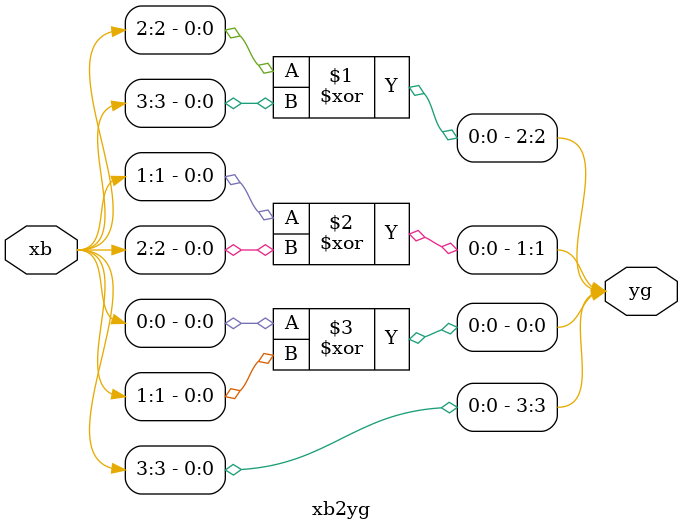
<source format=v>
`timescale 1ns / 1ps


module xb2yg(
input [3:0] xb,
output [3:0] yg
);
    wire temp;
    not not1(temp, xb[3]);
    not not2(yg[3], temp);
    xor xor1(yg[2], xb[2], xb[3]);
    xor xor2(yg[1], xb[1], xb[2]);
    xor xor3(yg[0], xb[0], xb[1]);
endmodule

</source>
